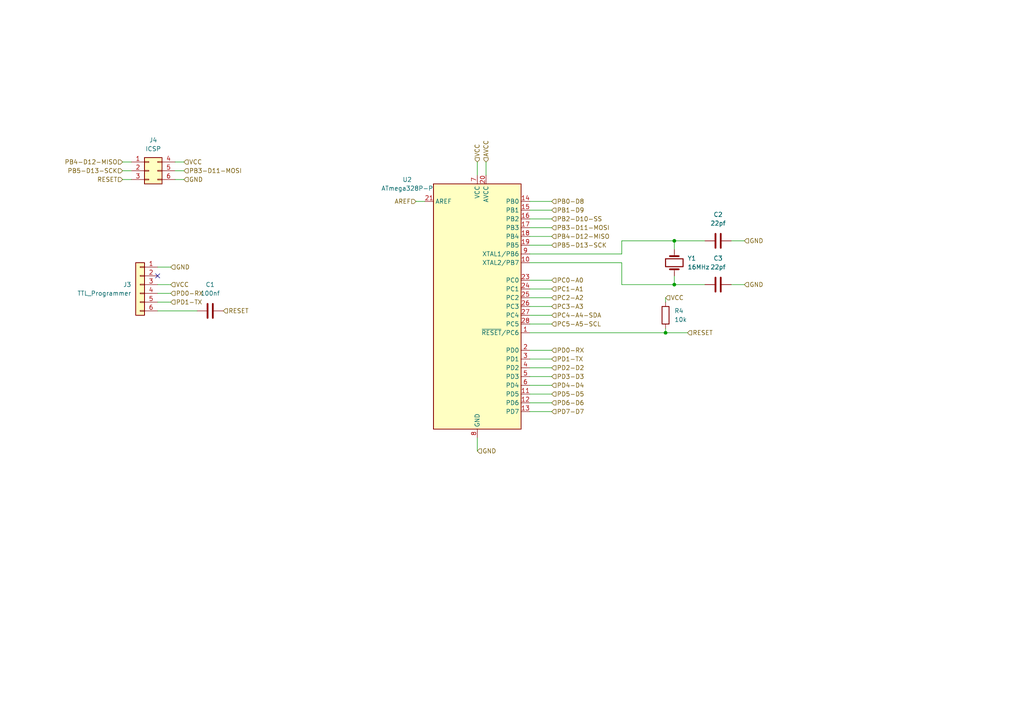
<source format=kicad_sch>
(kicad_sch (version 20231120) (generator "eeschema") (generator_version "8.0")
  (paper "A4")
  (lib_symbols
    (symbol "Connector_Generic:Conn_01x06" (pin_names (offset 1.016) hide)
      (property "Reference" "J" (at 0 7.62 0))
      (property "Value" "Conn_01x06" (at 0 -10.16 0))
      (symbol "Conn_01x06_1_1"
        (rectangle (start -1.27 -7.493) (end 0 -7.747) (stroke (width 0.1524)))
        (rectangle (start -1.27 -4.953) (end 0 -5.207) (stroke (width 0.1524)))
        (rectangle (start -1.27 -2.413) (end 0 -2.667) (stroke (width 0.1524)))
        (rectangle (start -1.27 0.127) (end 0 -0.127) (stroke (width 0.1524)))
        (rectangle (start -1.27 2.667) (end 0 2.413) (stroke (width 0.1524)))
        (rectangle (start -1.27 5.207) (end 0 4.953) (stroke (width 0.1524)))
        (rectangle (start -1.27 6.35) (end 1.27 -8.89) (stroke (width 0.254)) (fill (type background)))
        (pin passive line (at -5.08 5.08 0) (length 3.81) (name "Pin_1") (number "1"))
        (pin passive line (at -5.08 2.54 0) (length 3.81) (name "Pin_2") (number "2"))
        (pin passive line (at -5.08 0 0) (length 3.81) (name "Pin_3") (number "3"))
        (pin passive line (at -5.08 -2.54 0) (length 3.81) (name "Pin_4") (number "4"))
        (pin passive line (at -5.08 -5.08 0) (length 3.81) (name "Pin_5") (number "5"))
        (pin passive line (at -5.08 -7.62 0) (length 3.81) (name "Pin_6") (number "6"))
      )
    )
    (symbol "Connector_Generic:Conn_02x03_Top_Bottom" (pin_names (offset 1.016) hide)
      (property "Reference" "J" (at 1.27 5.08 0))
      (property "Value" "Conn_02x03_Top_Bottom" (at 1.27 -5.08 0))
      (symbol "Conn_02x03_Top_Bottom_1_1"
        (rectangle (start -1.27 -2.413) (end 0 -2.667) (stroke (width 0.1524)))
        (rectangle (start -1.27 0.127) (end 0 -0.127) (stroke (width 0.1524)))
        (rectangle (start -1.27 2.667) (end 0 2.413) (stroke (width 0.1524)))
        (rectangle (start -1.27 3.81) (end 3.81 -3.81) (stroke (width 0.254)) (fill (type background)))
        (rectangle (start 3.81 -2.413) (end 2.54 -2.667) (stroke (width 0.1524)))
        (rectangle (start 3.81 0.127) (end 2.54 -0.127) (stroke (width 0.1524)))
        (rectangle (start 3.81 2.667) (end 2.54 2.413) (stroke (width 0.1524)))
        (pin passive line (at -5.08 2.54 0) (length 3.81) (name "Pin_1") (number "1"))
        (pin passive line (at -5.08 0 0) (length 3.81) (name "Pin_2") (number "2"))
        (pin passive line (at -5.08 -2.54 0) (length 3.81) (name "Pin_3") (number "3"))
        (pin passive line (at 7.62 2.54 180) (length 3.81) (name "Pin_4") (number "4"))
        (pin passive line (at 7.62 0 180) (length 3.81) (name "Pin_5") (number "5"))
        (pin passive line (at 7.62 -2.54 180) (length 3.81) (name "Pin_6") (number "6"))
      )
    )
    (symbol "Device:C" (pin_numbers hide) (pin_names (offset 0.254))
      (property "Reference" "C" (at 0.635 2.54 0))
      (property "Value" "C" (at 0.635 -2.54 0))
      (symbol "C_0_1"
        (polyline (pts (xy -2.032 -0.762) (xy 2.032 -0.762)) (stroke (width 0.508)))
        (polyline (pts (xy -2.032 0.762) (xy 2.032 0.762)) (stroke (width 0.508)))
      )
      (symbol "C_1_1"
        (pin passive line (at 0 3.81 270) (length 2.794) (name "~") (number "1"))
        (pin passive line (at 0 -3.81 90) (length 2.794) (name "~") (number "2"))
      )
    )
    (symbol "Device:Crystal" (pin_numbers hide) (pin_names (offset 1.016) hide)
      (property "Reference" "Y" (at 0 3.81 0))
      (property "Value" "Crystal" (at 0 -3.81 0))
      (symbol "Crystal_0_1"
        (rectangle (start -1.143 2.54) (end 1.143 -2.54) (stroke (width 0.3048)))
        (polyline (pts (xy -2.54 0) (xy -1.905 0)))
        (polyline (pts (xy -1.905 -1.27) (xy -1.905 1.27)) (stroke (width 0.508)))
        (polyline (pts (xy 1.905 -1.27) (xy 1.905 1.27)) (stroke (width 0.508)))
        (polyline (pts (xy 2.54 0) (xy 1.905 0)))
      )
      (symbol "Crystal_1_1"
        (pin passive line (at -3.81 0 0) (length 1.27) (name "1") (number "1"))
        (pin passive line (at 3.81 0 180) (length 1.27) (name "2") (number "2"))
      )
    )
    (symbol "Device:R" (pin_numbers hide) (pin_names (offset 0))
      (property "Reference" "R" (at 2.032 0 90))
      (property "Value" "R" (at 0 0 90))
      (symbol "R_0_1"
        (rectangle (start -1.016 -2.54) (end 1.016 2.54) (stroke (width 0.254)))
      )
      (symbol "R_1_1"
        (pin passive line (at 0 3.81 270) (length 1.27) (name "~") (number "1"))
        (pin passive line (at 0 -3.81 90) (length 1.27) (name "~") (number "2"))
      )
    )
    (symbol "MCU_Microchip_ATmega:ATmega328P-P"
      (property "Reference" "U" (at -12.7 36.83 0))
      (property "Value" "ATmega328P-P" (at 2.54 -36.83 0))
      (symbol "ATmega328P-P_0_1"
        (rectangle (start -12.7 -35.56) (end 12.7 35.56) (stroke (width 0.254)) (fill (type background)))
      )
      (symbol "ATmega328P-P_1_1"
        (pin bidirectional line (at 15.24 -7.62 180) (length 2.54) (name "~{RESET}/PC6") (number "1"))
        (pin bidirectional line (at 15.24 12.7 180) (length 2.54) (name "XTAL2/PB7") (number "10"))
        (pin bidirectional line (at 15.24 -25.4 180) (length 2.54) (name "PD5") (number "11"))
        (pin bidirectional line (at 15.24 -27.94 180) (length 2.54) (name "PD6") (number "12"))
        (pin bidirectional line (at 15.24 -30.48 180) (length 2.54) (name "PD7") (number "13"))
        (pin bidirectional line (at 15.24 30.48 180) (length 2.54) (name "PB0") (number "14"))
        (pin bidirectional line (at 15.24 27.94 180) (length 2.54) (name "PB1") (number "15"))
        (pin bidirectional line (at 15.24 25.4 180) (length 2.54) (name "PB2") (number "16"))
        (pin bidirectional line (at 15.24 22.86 180) (length 2.54) (name "PB3") (number "17"))
        (pin bidirectional line (at 15.24 20.32 180) (length 2.54) (name "PB4") (number "18"))
        (pin bidirectional line (at 15.24 17.78 180) (length 2.54) (name "PB5") (number "19"))
        (pin bidirectional line (at 15.24 -12.7 180) (length 2.54) (name "PD0") (number "2"))
        (pin power_in line (at 2.54 38.1 270) (length 2.54) (name "AVCC") (number "20"))
        (pin passive line (at -15.24 30.48 0) (length 2.54) (name "AREF") (number "21"))
        (pin passive line (at 0 -38.1 90) (length 2.54) hide (name "GND") (number "22"))
        (pin bidirectional line (at 15.24 7.62 180) (length 2.54) (name "PC0") (number "23"))
        (pin bidirectional line (at 15.24 5.08 180) (length 2.54) (name "PC1") (number "24"))
        (pin bidirectional line (at 15.24 2.54 180) (length 2.54) (name "PC2") (number "25"))
        (pin bidirectional line (at 15.24 0 180) (length 2.54) (name "PC3") (number "26"))
        (pin bidirectional line (at 15.24 -2.54 180) (length 2.54) (name "PC4") (number "27"))
        (pin bidirectional line (at 15.24 -5.08 180) (length 2.54) (name "PC5") (number "28"))
        (pin bidirectional line (at 15.24 -15.24 180) (length 2.54) (name "PD1") (number "3"))
        (pin bidirectional line (at 15.24 -17.78 180) (length 2.54) (name "PD2") (number "4"))
        (pin bidirectional line (at 15.24 -20.32 180) (length 2.54) (name "PD3") (number "5"))
        (pin bidirectional line (at 15.24 -22.86 180) (length 2.54) (name "PD4") (number "6"))
        (pin power_in line (at 0 38.1 270) (length 2.54) (name "VCC") (number "7"))
        (pin power_in line (at 0 -38.1 90) (length 2.54) (name "GND") (number "8"))
        (pin bidirectional line (at 15.24 15.24 180) (length 2.54) (name "XTAL1/PB6") (number "9"))
      )
    )
  )
  (junction (at 195.58 69.85))
  (junction (at 193.04 96.52))
  (junction (at 195.58 82.55))
  (no_connect (at 45.72 80.01))
  (wire (pts (xy 45.72 87.63) (xy 49.53 87.63)))
  (wire (pts (xy 153.67 68.58) (xy 160.02 68.58)))
  (wire (pts (xy 153.67 104.14) (xy 160.02 104.14)))
  (wire (pts (xy 153.67 73.66) (xy 180.34 73.66)))
  (wire (pts (xy 153.67 71.12) (xy 160.02 71.12)))
  (wire (pts (xy 35.56 49.53) (xy 38.1 49.53)))
  (wire (pts (xy 153.67 63.5) (xy 160.02 63.5)))
  (wire (pts (xy 153.67 116.84) (xy 160.02 116.84)))
  (wire (pts (xy 50.8 46.99) (xy 53.34 46.99)))
  (wire (pts (xy 45.72 77.47) (xy 49.53 77.47)))
  (wire (pts (xy 153.67 106.68) (xy 160.02 106.68)))
  (wire (pts (xy 180.34 76.2) (xy 180.34 82.55)))
  (wire (pts (xy 45.72 82.55) (xy 49.53 82.55)))
  (wire (pts (xy 153.67 96.52) (xy 193.04 96.52)))
  (wire (pts (xy 153.67 109.22) (xy 160.02 109.22)))
  (wire (pts (xy 35.56 46.99) (xy 38.1 46.99)))
  (wire (pts (xy 153.67 86.36) (xy 160.02 86.36)))
  (wire (pts (xy 138.43 127) (xy 138.43 130.81)))
  (wire (pts (xy 153.67 76.2) (xy 180.34 76.2)))
  (wire (pts (xy 45.72 90.17) (xy 57.15 90.17)))
  (wire (pts (xy 153.67 91.44) (xy 160.02 91.44)))
  (wire (pts (xy 45.72 85.09) (xy 49.53 85.09)))
  (wire (pts (xy 153.67 101.6) (xy 160.02 101.6)))
  (wire (pts (xy 120.65 58.42) (xy 123.19 58.42)))
  (wire (pts (xy 35.56 52.07) (xy 38.1 52.07)))
  (wire (pts (xy 153.67 114.3) (xy 160.02 114.3)))
  (wire (pts (xy 212.09 69.85) (xy 215.9 69.85)))
  (wire (pts (xy 138.43 46.99) (xy 138.43 50.8)))
  (wire (pts (xy 204.47 82.55) (xy 195.58 82.55)))
  (wire (pts (xy 195.58 72.39) (xy 195.58 69.85)))
  (wire (pts (xy 180.34 69.85) (xy 195.58 69.85)))
  (wire (pts (xy 193.04 95.25) (xy 193.04 96.52)))
  (wire (pts (xy 153.67 93.98) (xy 160.02 93.98)))
  (wire (pts (xy 140.97 46.99) (xy 140.97 50.8)))
  (wire (pts (xy 153.67 81.28) (xy 160.02 81.28)))
  (wire (pts (xy 195.58 69.85) (xy 204.47 69.85)))
  (wire (pts (xy 153.67 88.9) (xy 160.02 88.9)))
  (wire (pts (xy 50.8 49.53) (xy 53.34 49.53)))
  (wire (pts (xy 153.67 119.38) (xy 160.02 119.38)))
  (wire (pts (xy 180.34 82.55) (xy 195.58 82.55)))
  (wire (pts (xy 195.58 82.55) (xy 195.58 80.01)))
  (wire (pts (xy 193.04 86.36) (xy 193.04 87.63)))
  (wire (pts (xy 193.04 96.52) (xy 199.39 96.52)))
  (wire (pts (xy 153.67 83.82) (xy 160.02 83.82)))
  (wire (pts (xy 180.34 73.66) (xy 180.34 69.85)))
  (wire (pts (xy 50.8 52.07) (xy 53.34 52.07)))
  (wire (pts (xy 153.67 60.96) (xy 160.02 60.96)))
  (wire (pts (xy 153.67 58.42) (xy 160.02 58.42)))
  (wire (pts (xy 153.67 66.04) (xy 160.02 66.04)))
  (wire (pts (xy 153.67 111.76) (xy 160.02 111.76)))
  (wire (pts (xy 212.09 82.55) (xy 215.9 82.55)))
  (hierarchical_label "PB3-D11-MOSI" (shape input) (at 53.34 49.53 0))
  (hierarchical_label "PB1-D9" (shape input) (at 160.02 60.96 0))
  (hierarchical_label "GND" (shape input) (at 215.9 82.55 0))
  (hierarchical_label "PC0-A0" (shape input) (at 160.02 81.28 0))
  (hierarchical_label "PB4-D12-MISO" (shape input) (at 160.02 68.58 0))
  (hierarchical_label "GND" (shape input) (at 215.9 69.85 0))
  (hierarchical_label "PB4-D12-MISO" (shape input) (at 35.56 46.99 180))
  (hierarchical_label "PD5-D5" (shape input) (at 160.02 114.3 0))
  (hierarchical_label "PD0-RX" (shape input) (at 160.02 101.6 0))
  (hierarchical_label "VCC" (shape input) (at 138.43 46.99 90))
  (hierarchical_label "PD7-D7" (shape input) (at 160.02 119.38 0))
  (hierarchical_label "PC4-A4-SDA" (shape input) (at 160.02 91.44 0))
  (hierarchical_label "PB2-D10-SS" (shape input) (at 160.02 63.5 0))
  (hierarchical_label "VCC" (shape input) (at 53.34 46.99 0))
  (hierarchical_label "PD2-D2" (shape input) (at 160.02 106.68 0))
  (hierarchical_label "GND" (shape input) (at 138.43 130.81 0))
  (hierarchical_label "VCC" (shape input) (at 193.04 86.36 0))
  (hierarchical_label "PB0-D8" (shape input) (at 160.02 58.42 0))
  (hierarchical_label "PD4-D4" (shape input) (at 160.02 111.76 0))
  (hierarchical_label "GND" (shape input) (at 49.53 77.47 0))
  (hierarchical_label "PB3-D11-MOSI" (shape input) (at 160.02 66.04 0))
  (hierarchical_label "PB5-D13-SCK" (shape input) (at 160.02 71.12 0))
  (hierarchical_label "VCC" (shape input) (at 49.53 82.55 0))
  (hierarchical_label "PC3-A3" (shape input) (at 160.02 88.9 0))
  (hierarchical_label "PB5-D13-SCK" (shape input) (at 35.56 49.53 180))
  (hierarchical_label "RESET" (shape input) (at 64.77 90.17 0))
  (hierarchical_label "PD6-D6" (shape input) (at 160.02 116.84 0))
  (hierarchical_label "AVCC" (shape input) (at 140.97 46.99 90))
  (hierarchical_label "PD1-TX" (shape input) (at 160.02 104.14 0))
  (hierarchical_label "RESET" (shape input) (at 199.39 96.52 0))
  (hierarchical_label "PD1-TX" (shape input) (at 49.53 87.63 0))
  (hierarchical_label "RESET" (shape input) (at 35.56 52.07 180))
  (hierarchical_label "AREF" (shape input) (at 120.65 58.42 180))
  (hierarchical_label "PC5-A5-SCL" (shape input) (at 160.02 93.98 0))
  (hierarchical_label "PC2-A2" (shape input) (at 160.02 86.36 0))
  (hierarchical_label "PD0-RX" (shape input) (at 49.53 85.09 0))
  (hierarchical_label "PC1-A1" (shape input) (at 160.02 83.82 0))
  (hierarchical_label "PD3-D3" (shape input) (at 160.02 109.22 0))
  (hierarchical_label "GND" (shape input) (at 53.34 52.07 0))
  (symbol (lib_id "Connector_Generic:Conn_02x03_Top_Bottom") (at 43.18 49.53 0) (unit 1)
    (property "Reference" "J4" (at 44.45 40.64 0))
    (property "Value" "ICSP" (at 44.45 43.18 0))
    (property "Footprint" "Connector_PinHeader_2.54mm:PinHeader_2x03_P2.54mm_Vertical_SMD" (effects (hide yes)))
    (property "Description" "Generic connector, double row, 02x03, top/bottom pin numbering scheme (row 1: 1...pins_per_row, row2: pins_per_row+1 ... num_pins), script generated (kicad-library-utils/schlib/autogen/connector/)" (effects (hide yes)))
  )
  (symbol (lib_id "Device:C") (at 208.28 69.85 90) (unit 1)
    (property "Reference" "C2" (at 208.28 62.23 90))
    (property "Value" "22pf" (at 208.28 64.77 90))
    (property "Footprint" "Capacitor_SMD:C_1206_3216Metric_Pad1.33x1.80mm_HandSolder" (effects (hide yes)))
    (property "Description" "Unpolarized capacitor" (effects (hide yes)))
  )
  (symbol (lib_id "Connector_Generic:Conn_01x06") (at 40.64 82.55 0) (mirror y) (unit 1)
    (property "Reference" "J3" (at 38.1 82.5499 0) (effects (justify left)))
    (property "Value" "TTL_Programmer" (at 38.1 85.0899 0) (effects (justify left)))
    (property "Footprint" "Connector_PinHeader_2.54mm:PinHeader_1x06_P2.54mm_Vertical" (effects (hide yes)))
    (property "Description" "Generic connector, single row, 01x06, script generated (kicad-library-utils/schlib/autogen/connector/)" (effects (hide yes)))
  )
  (symbol (lib_id "Device:C") (at 60.96 90.17 90) (unit 1)
    (property "Reference" "C1" (at 60.96 82.55 90))
    (property "Value" "100nf" (at 60.96 85.09 90))
    (property "Footprint" "Capacitor_SMD:C_1206_3216Metric_Pad1.33x1.80mm_HandSolder" (effects (hide yes)))
    (property "Description" "Unpolarized capacitor" (effects (hide yes)))
  )
  (symbol (lib_id "Device:Crystal") (at 195.58 76.2 90) (unit 1)
    (property "Reference" "Y1" (at 199.39 74.9299 90) (effects (justify right)))
    (property "Value" "16MHz" (at 199.39 77.4699 90) (effects (justify right)))
    (property "Footprint" "Crystal:Crystal_HC49-U_Vertical" (effects (hide yes)))
    (property "Description" "Two pin crystal" (effects (hide yes)))
  )
  (symbol (lib_id "Device:R") (at 193.04 91.44 0) (unit 1)
    (property "Reference" "R4" (at 195.58 90.1699 0) (effects (justify left)))
    (property "Value" "10k" (at 195.58 92.7099 0) (effects (justify left)))
    (property "Footprint" "Resistor_SMD:R_1206_3216Metric_Pad1.30x1.75mm_HandSolder" (effects (hide yes)))
    (property "Description" "Resistor" (effects (hide yes)))
  )
  (symbol (lib_id "Device:C") (at 208.28 82.55 90) (unit 1)
    (property "Reference" "C3" (at 208.28 74.93 90))
    (property "Value" "22pf" (at 208.28 77.47 90))
    (property "Footprint" "Capacitor_SMD:C_1206_3216Metric_Pad1.33x1.80mm_HandSolder" (effects (hide yes)))
    (property "Description" "Unpolarized capacitor" (effects (hide yes)))
  )
  (symbol (lib_id "MCU_Microchip_ATmega:ATmega328P-P") (at 138.43 88.9 0) (unit 1)
    (property "Reference" "U2" (at 118.11 52.1014 0))
    (property "Value" "ATmega328P-P" (at 118.11 54.6414 0))
    (property "Footprint" "Package_DIP:DIP-28_W7.62mm" (effects (hide yes)))
    (property "Datasheet" "http://ww1.microchip.com/downloads/en/DeviceDoc/ATmega328_P%20AVR%20MCU%20with%20picoPower%20Technology%20Data%20Sheet%2040001984A.pdf" (effects (hide yes)))
    (property "Description" "20MHz, 32kB Flash, 2kB SRAM, 1kB EEPROM, DIP-28" (effects (hide yes)))
  )
)
</source>
